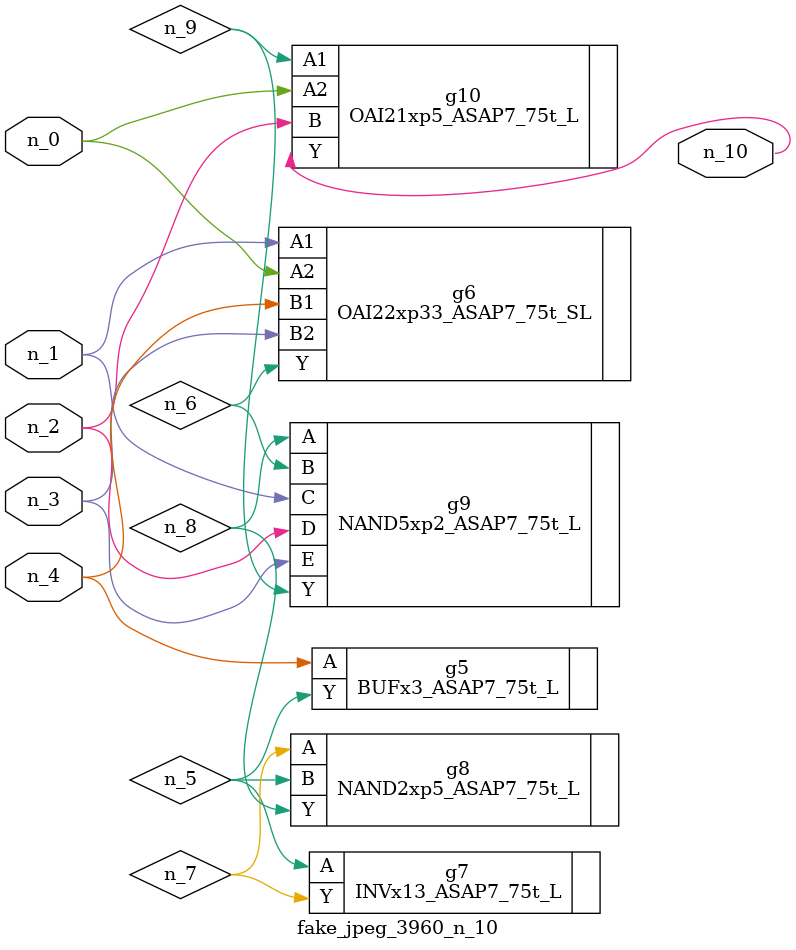
<source format=v>
module fake_jpeg_3960_n_10 (n_3, n_2, n_1, n_0, n_4, n_10);

input n_3;
input n_2;
input n_1;
input n_0;
input n_4;

output n_10;

wire n_8;
wire n_9;
wire n_6;
wire n_5;
wire n_7;

BUFx3_ASAP7_75t_L g5 ( 
.A(n_4),
.Y(n_5)
);

OAI22xp33_ASAP7_75t_SL g6 ( 
.A1(n_1),
.A2(n_0),
.B1(n_4),
.B2(n_3),
.Y(n_6)
);

INVx13_ASAP7_75t_L g7 ( 
.A(n_5),
.Y(n_7)
);

NAND2xp5_ASAP7_75t_L g8 ( 
.A(n_7),
.B(n_5),
.Y(n_8)
);

NAND5xp2_ASAP7_75t_L g9 ( 
.A(n_8),
.B(n_6),
.C(n_1),
.D(n_2),
.E(n_3),
.Y(n_9)
);

OAI21xp5_ASAP7_75t_L g10 ( 
.A1(n_9),
.A2(n_0),
.B(n_2),
.Y(n_10)
);


endmodule
</source>
